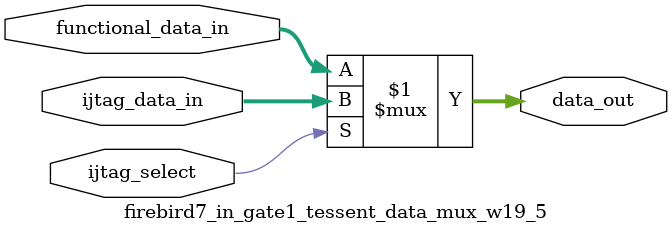
<source format=sv>

module firebird7_in_gate1_tessent_data_mux_w19_5 (
  input wire ijtag_select,
  input wire [18:0]  functional_data_in,
  input wire [18:0]  ijtag_data_in,
  output wire [18:0] data_out
);
assign data_out = (ijtag_select) ? ijtag_data_in : functional_data_in;
endmodule

</source>
